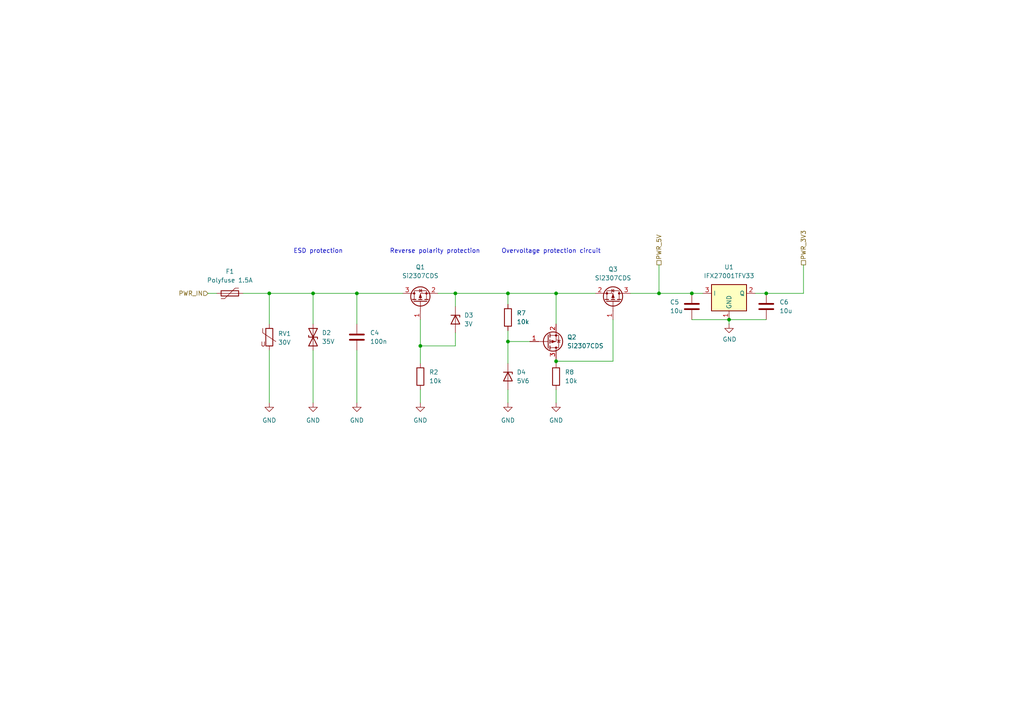
<source format=kicad_sch>
(kicad_sch (version 20230121) (generator eeschema)
  (paper "A4")
  (title_block (title "Voltage Controlled Amplifier (VOA) controller board") (date "2023-03-25") (rev "2.0") (company "Degined by Márk Mihalik"))
  (lib_symbols
    (symbol "Device:C" (pin_numbers hide) (pin_names (offset 0.254))
      (property "Reference" "C" (at 0.635 2.54 0))
      (property "Value" "C" (at 0.635 -2.54 0))
      (symbol "C_0_1"
        (polyline (pts (xy -2.032 -0.762) (xy 2.032 -0.762)) (stroke (width 0.508)))
        (polyline (pts (xy -2.032 0.762) (xy 2.032 0.762)) (stroke (width 0.508)))
      )
      (symbol "C_1_1"
        (pin passive line (at 0 3.81 270) (length 2.794) (name "~") (number "1"))
        (pin passive line (at 0 -3.81 90) (length 2.794) (name "~") (number "2"))
      )
    )
    (symbol "Device:D_TVS" (pin_numbers hide) (pin_names (offset 1.016) hide)
      (property "Reference" "D" (at 0 2.54 0))
      (property "Value" "D_TVS" (at 0 -2.54 0))
      (symbol "D_TVS_0_1"
        (polyline (pts (xy 1.27 0) (xy -1.27 0)))
        (polyline (pts (xy 0.508 1.27) (xy 0 1.27) (xy 0 -1.27) (xy -0.508 -1.27)) (stroke (width 0.254)))
        (polyline (pts (xy -2.54 1.27) (xy -2.54 -1.27) (xy 2.54 1.27) (xy 2.54 -1.27) (xy -2.54 1.27)) (stroke (width 0.254)))
      )
      (symbol "D_TVS_1_1"
        (pin passive line (at -3.81 0 0) (length 2.54) (name "A1") (number "1"))
        (pin passive line (at 3.81 0 180) (length 2.54) (name "A2") (number "2"))
      )
    )
    (symbol "Device:D_Zener" (pin_numbers hide) (pin_names (offset 1.016) hide)
      (property "Reference" "D" (at 0 2.54 0))
      (property "Value" "D_Zener" (at 0 -2.54 0))
      (symbol "D_Zener_0_1"
        (polyline (pts (xy 1.27 0) (xy -1.27 0)))
        (polyline (pts (xy -1.27 -1.27) (xy -1.27 1.27) (xy -0.762 1.27)) (stroke (width 0.254)))
        (polyline (pts (xy 1.27 -1.27) (xy 1.27 1.27) (xy -1.27 0) (xy 1.27 -1.27)) (stroke (width 0.254)))
      )
      (symbol "D_Zener_1_1"
        (pin passive line (at -3.81 0 0) (length 2.54) (name "K") (number "1"))
        (pin passive line (at 3.81 0 180) (length 2.54) (name "A") (number "2"))
      )
    )
    (symbol "Device:Polyfuse" (pin_numbers hide) (pin_names (offset 0))
      (property "Reference" "F" (at -2.54 0 90))
      (property "Value" "Polyfuse" (at 2.54 0 90))
      (symbol "Polyfuse_0_1"
        (rectangle (start -0.762 2.54) (end 0.762 -2.54) (stroke (width 0.254)))
        (polyline (pts (xy 0 2.54) (xy 0 -2.54)))
        (polyline (pts (xy -1.524 2.54) (xy -1.524 1.524) (xy 1.524 -1.524) (xy 1.524 -2.54)))
      )
      (symbol "Polyfuse_1_1"
        (pin passive line (at 0 3.81 270) (length 1.27) (name "~") (number "1"))
        (pin passive line (at 0 -3.81 90) (length 1.27) (name "~") (number "2"))
      )
    )
    (symbol "Device:Q_PMOS_GSD" (pin_names (offset 0) hide)
      (property "Reference" "Q" (at 5.08 1.27 0))
      (property "Value" "Q_PMOS_GSD" (at 5.08 -1.27 0))
      (symbol "Q_PMOS_GSD_0_1"
        (polyline (pts (xy 0.254 0) (xy -2.54 0)))
        (polyline (pts (xy 0.254 1.905) (xy 0.254 -1.905)) (stroke (width 0.254)))
        (polyline (pts (xy 0.762 -1.27) (xy 0.762 -2.286)) (stroke (width 0.254)))
        (polyline (pts (xy 0.762 0.508) (xy 0.762 -0.508)) (stroke (width 0.254)))
        (polyline (pts (xy 0.762 2.286) (xy 0.762 1.27)) (stroke (width 0.254)))
        (polyline (pts (xy 2.54 2.54) (xy 2.54 1.778)))
        (polyline (pts (xy 2.54 -2.54) (xy 2.54 0) (xy 0.762 0)))
        (polyline (pts (xy 0.762 1.778) (xy 3.302 1.778) (xy 3.302 -1.778) (xy 0.762 -1.778)))
        (polyline (pts (xy 2.286 0) (xy 1.27 0.381) (xy 1.27 -0.381) (xy 2.286 0)) (fill (type outline)))
        (polyline (pts (xy 2.794 -0.508) (xy 2.921 -0.381) (xy 3.683 -0.381) (xy 3.81 -0.254)))
        (polyline (pts (xy 3.302 -0.381) (xy 2.921 0.254) (xy 3.683 0.254) (xy 3.302 -0.381)))
        (circle (center 1.651 0) (radius 2.794) (stroke (width 0.254)))
        (circle (center 2.54 -1.778) (radius 0.254) (fill (type outline)))
        (circle (center 2.54 1.778) (radius 0.254) (fill (type outline)))
      )
      (symbol "Q_PMOS_GSD_1_1"
        (pin input line (at -5.08 0 0) (length 2.54) (name "G") (number "1"))
        (pin passive line (at 2.54 -5.08 90) (length 2.54) (name "S") (number "2"))
        (pin passive line (at 2.54 5.08 270) (length 2.54) (name "D") (number "3"))
      )
    )
    (symbol "Device:R" (pin_numbers hide) (pin_names (offset 0))
      (property "Reference" "R" (at 2.032 0 90))
      (property "Value" "R" (at 0 0 90))
      (symbol "R_0_1"
        (rectangle (start -1.016 -2.54) (end 1.016 2.54) (stroke (width 0.254)))
      )
      (symbol "R_1_1"
        (pin passive line (at 0 3.81 270) (length 1.27) (name "~") (number "1"))
        (pin passive line (at 0 -3.81 90) (length 1.27) (name "~") (number "2"))
      )
    )
    (symbol "Device:Varistor" (pin_numbers hide) (pin_names (offset 0))
      (property "Reference" "RV" (at 3.175 0 90))
      (property "Value" "Varistor" (at -3.175 0 90))
      (symbol "Varistor_0_0"
        (text "U" (at -1.778 -2.032 0) (effects (font (size 1.27 1.27))))
      )
      (symbol "Varistor_0_1"
        (rectangle (start -1.016 -2.54) (end 1.016 2.54) (stroke (width 0.254)))
        (polyline (pts (xy -1.905 2.54) (xy -1.905 1.27) (xy 1.905 -1.27)))
      )
      (symbol "Varistor_1_1"
        (pin passive line (at 0 3.81 270) (length 1.27) (name "~") (number "1"))
        (pin passive line (at 0 -3.81 90) (length 1.27) (name "~") (number "2"))
      )
    )
    (symbol "Regulator_Linear:IFX27001TFV33"
      (property "Reference" "U" (at 0 6.35 0))
      (property "Value" "IFX27001TFV33" (at 0 3.81 0))
      (symbol "IFX27001TFV33_1_1"
        (rectangle (start -5.08 2.54) (end 5.08 -5.08) (stroke (width 0.254)) (fill (type background)))
        (pin power_in line (at 0 -7.62 90) (length 2.54) (name "GND") (number "1"))
        (pin power_out line (at 7.62 0 180) (length 2.54) (name "Q") (number "2"))
        (pin power_in line (at -7.62 0 0) (length 2.54) (name "I") (number "3"))
      )
    )
    (symbol "power:GND" (power) (pin_names (offset 0))
      (property "Value" "GND" (at 0 -3.81 0))
      (symbol "GND_0_1"
        (polyline (pts (xy 0 0) (xy 0 -1.27) (xy 1.27 -1.27) (xy 0 -2.54) (xy -1.27 -1.27) (xy 0 -1.27)))
      )
      (symbol "GND_1_1"
        (pin power_in line (at 0 0 270) (length 0) hide (name "GND") (number "1"))
      )
    )
  )
  (junction (at 78.105 85.09))
  (junction (at 147.32 85.09))
  (junction (at 161.29 85.09))
  (junction (at 90.805 85.09))
  (junction (at 211.455 92.71))
  (junction (at 200.66 85.09))
  (junction (at 222.25 85.09))
  (junction (at 161.29 104.775))
  (junction (at 121.92 100.33))
  (junction (at 191.135 85.09))
  (junction (at 103.505 85.09))
  (junction (at 147.32 99.06))
  (junction (at 132.08 85.09))
  (wire (pts (xy 161.29 85.09) (xy 161.29 93.98)))
  (wire (pts (xy 191.135 85.09) (xy 200.66 85.09)))
  (wire (pts (xy 211.455 93.98) (xy 211.455 92.71)))
  (wire (pts (xy 233.045 85.09) (xy 222.25 85.09)))
  (wire (pts (xy 147.32 113.03) (xy 147.32 116.84)))
  (wire (pts (xy 177.8 92.71) (xy 177.8 104.775)))
  (wire (pts (xy 132.08 85.09) (xy 132.08 88.9)))
  (wire (pts (xy 103.505 101.6) (xy 103.505 116.84)))
  (wire (pts (xy 219.075 85.09) (xy 222.25 85.09)))
  (wire (pts (xy 147.32 99.06) (xy 147.32 105.41)))
  (wire (pts (xy 147.32 99.06) (xy 153.67 99.06)))
  (wire (pts (xy 121.92 92.71) (xy 121.92 100.33)))
  (wire (pts (xy 90.805 85.09) (xy 90.805 93.98)))
  (wire (pts (xy 182.88 85.09) (xy 191.135 85.09)))
  (wire (pts (xy 161.29 113.03) (xy 161.29 116.84)))
  (wire (pts (xy 200.66 85.09) (xy 203.835 85.09)))
  (wire (pts (xy 78.105 85.09) (xy 90.805 85.09)))
  (wire (pts (xy 177.8 104.775) (xy 161.29 104.775)))
  (wire (pts (xy 90.805 85.09) (xy 103.505 85.09)))
  (wire (pts (xy 121.92 100.33) (xy 121.92 105.41)))
  (wire (pts (xy 78.105 85.09) (xy 78.105 93.98)))
  (wire (pts (xy 161.29 104.775) (xy 161.29 105.41)))
  (wire (pts (xy 233.045 76.835) (xy 233.045 85.09)))
  (wire (pts (xy 161.29 104.14) (xy 161.29 104.775)))
  (wire (pts (xy 200.66 92.71) (xy 211.455 92.71)))
  (wire (pts (xy 132.08 100.33) (xy 132.08 96.52)))
  (wire (pts (xy 211.455 92.71) (xy 222.25 92.71)))
  (wire (pts (xy 90.805 101.6) (xy 90.805 116.84)))
  (wire (pts (xy 78.105 101.6) (xy 78.105 116.84)))
  (wire (pts (xy 147.32 88.265) (xy 147.32 85.09)))
  (wire (pts (xy 103.505 85.09) (xy 103.505 93.98)))
  (wire (pts (xy 161.29 85.09) (xy 172.72 85.09)))
  (wire (pts (xy 191.135 76.835) (xy 191.135 85.09)))
  (wire (pts (xy 103.505 85.09) (xy 116.84 85.09)))
  (wire (pts (xy 70.485 85.09) (xy 78.105 85.09)))
  (wire (pts (xy 147.32 95.885) (xy 147.32 99.06)))
  (wire (pts (xy 147.32 85.09) (xy 161.29 85.09)))
  (wire (pts (xy 60.325 85.09) (xy 62.865 85.09)))
  (wire (pts (xy 127 85.09) (xy 132.08 85.09)))
  (wire (pts (xy 147.32 85.09) (xy 132.08 85.09)))
  (wire (pts (xy 121.92 100.33) (xy 132.08 100.33)))
  (wire (pts (xy 121.92 113.03) (xy 121.92 116.84)))
  (text "Overvoltage protection circuit" (at 145.415 73.66 0) (effects (font (size 1.27 1.27)) (justify left bottom)))
  (text "ESD protection" (at 85.09 73.66 0) (effects (font (size 1.27 1.27)) (justify left bottom)))
  (text "Reverse polarity protection" (at 113.03 73.66 0) (effects (font (size 1.27 1.27)) (justify left bottom)))
  (hierarchical_label "PWR_3V3" (shape passive) (at 233.045 76.835 90))
  (hierarchical_label "PWR_5V" (shape passive) (at 191.135 76.835 90))
  (hierarchical_label "PWR_IN" (shape input) (at 60.325 85.09 180))
  (symbol (lib_id "power:GND") (at 121.92 116.84 0) (unit 1)
    (property "Reference" "#PWR0110" (effects hide))
    (property "Value" "GND" (at 121.92 121.92 0))
  )
  (symbol (lib_id "Device:Varistor") (at 78.105 97.79 0) (unit 1)
    (property "Reference" "RV1" (at 80.645 96.7731 0) (effects (justify left)))
    (property "Value" "30V" (at 80.645 99.3131 0) (effects (justify left)))
    (property "Footprint" "Resistor_SMD:R_1206_3216Metric" (effects hide))
    (property "Lomex" "60-01-53" (effects hide))
  )
  (symbol (lib_id "Device:D_Zener") (at 132.08 92.71 270) (unit 1)
    (property "Reference" "D3" (at 134.62 91.4399 90) (effects (justify left)))
    (property "Value" "3V" (at 134.62 93.9799 90) (effects (justify left)))
    (property "Footprint" "Diode_SMD:D_MiniMELF_Handsoldering" (effects hide))
    (property "Lomex" "85-00-96" (effects hide))
  )
  (symbol (lib_id "power:GND") (at 90.805 116.84 0) (unit 1)
    (property "Reference" "#PWR0109" (effects hide))
    (property "Value" "GND" (at 90.805 121.92 0))
  )
  (symbol (lib_id "Device:R") (at 147.32 92.075 0) (unit 1)
    (property "Reference" "R7" (at 149.86 90.8049 0) (effects (justify left)))
    (property "Value" "10k" (at 149.86 93.3449 0) (effects (justify left)))
    (property "Footprint" "Resistor_SMD:R_0805_2012Metric_Pad1.20x1.40mm_HandSolder" (effects hide))
    (property "Lomex" "80-54-49" (effects hide))
  )
  (symbol (lib_id "Device:Q_PMOS_GSD") (at 121.92 87.63 90) (unit 1)
    (property "Reference" "Q1" (at 121.92 77.47 90))
    (property "Value" "Si2307CDS" (at 121.92 80.01 90))
    (property "Footprint" "Package_TO_SOT_SMD:SOT-23_Handsoldering" (effects hide))
    (property "Lomex" "86-03-40" (effects hide))
  )
  (symbol (lib_id "Device:D_Zener") (at 147.32 109.22 270) (unit 1)
    (property "Reference" "D4" (at 149.86 107.9499 90) (effects (justify left)))
    (property "Value" "5V6" (at 149.86 110.4899 90) (effects (justify left)))
    (property "Footprint" "Diode_SMD:D_MiniMELF_Handsoldering" (effects hide))
    (property "Lomex" "85-02-01" (effects hide))
  )
  (symbol (lib_id "Device:Q_PMOS_GSD") (at 158.75 99.06 0) (mirror x) (unit 1)
    (property "Reference" "Q2" (at 164.465 97.7899 0) (effects (justify left)))
    (property "Value" "Si2307CDS" (at 164.465 100.3299 0) (effects (justify left)))
    (property "Footprint" "Package_TO_SOT_SMD:SOT-23_Handsoldering" (effects hide))
    (property "Lomex" "86-03-40" (effects hide))
  )
  (symbol (lib_id "power:GND") (at 161.29 116.84 0) (unit 1)
    (property "Reference" "#PWR0104" (effects hide))
    (property "Value" "GND" (at 161.29 121.92 0))
  )
  (symbol (lib_id "Device:Q_PMOS_GSD") (at 177.8 87.63 270) (mirror x) (unit 1)
    (property "Reference" "Q3" (at 177.8 78.105 90))
    (property "Value" "Si2307CDS" (at 177.8 80.645 90))
    (property "Footprint" "Package_TO_SOT_SMD:SOT-23_Handsoldering" (effects hide))
    (property "Lomex" "86-03-40" (effects hide))
  )
  (symbol (lib_id "power:GND") (at 78.105 116.84 0) (unit 1)
    (property "Reference" "#PWR0107" (effects hide))
    (property "Value" "GND" (at 78.105 121.92 0))
  )
  (symbol (lib_id "Device:D_TVS") (at 90.805 97.79 90) (unit 1)
    (property "Reference" "D2" (at 93.345 96.5199 90) (effects (justify right)))
    (property "Value" "35V" (at 93.345 99.0599 90) (effects (justify right)))
    (property "Footprint" "Diode_SMD:D_SMB" (effects hide))
    (property "Lomex" "96-03-92" (effects hide))
    (property "MinBreakDown" "33.3V" (effects hide))
    (property "MaxBreakDown" "36.8V" (effects hide))
  )
  (symbol (lib_id "Device:Polyfuse") (at 66.675 85.09 90) (unit 1)
    (property "Reference" "F1" (at 66.675 78.74 90))
    (property "Value" "Polyfuse 1.5A" (at 66.675 81.28 90))
    (property "Footprint" "Fuse:Fuse_1812_4532Metric" (effects hide))
    (property "Lomex" "44-05-45" (effects hide))
  )
  (symbol (lib_id "Device:R") (at 121.92 109.22 0) (unit 1)
    (property "Reference" "R2" (at 124.46 107.9499 0) (effects (justify left)))
    (property "Value" "10k" (at 124.46 110.4899 0) (effects (justify left)))
    (property "Footprint" "Resistor_SMD:R_0805_2012Metric_Pad1.20x1.40mm_HandSolder" (effects hide))
    (property "Lomex" "80-54-49" (effects hide))
  )
  (symbol (lib_id "power:GND") (at 147.32 116.84 0) (unit 1)
    (property "Reference" "#PWR0106" (effects hide))
    (property "Value" "GND" (at 147.32 121.92 0))
  )
  (symbol (lib_id "power:GND") (at 103.505 116.84 0) (unit 1)
    (property "Reference" "#PWR0108" (effects hide))
    (property "Value" "GND" (at 103.505 121.92 0))
  )
  (symbol (lib_id "Regulator_Linear:IFX27001TFV33") (at 211.455 85.09 0) (unit 1)
    (property "Reference" "U1" (at 211.455 77.47 0))
    (property "Value" "IFX27001TFV33" (at 211.455 80.01 0))
    (property "Footprint" "Package_TO_SOT_SMD:TO-252-3_TabPin2" (effects hide))
    (property "Datasheet" "https://static6.arrow.com/aropdfconversion/dc75757ae45a88e5f69bdce3f2a651a5fe0ca07d/ifx27001_ds_10.pdf" (effects hide))
    (property "Replacement" "NCP1117DT33G" (effects hide))
    (property "Lomex" "89-25-59" (effects hide))
  )
  (symbol (lib_id "power:GND") (at 211.455 93.98 0) (unit 1)
    (property "Reference" "#PWR0105" (effects hide))
    (property "Value" "GND" (at 209.55 98.425 0) (effects (justify left)))
  )
  (symbol (lib_id "Device:C") (at 222.25 88.9 0) (unit 1)
    (property "Reference" "C6" (at 226.06 87.6299 0) (effects (justify left)))
    (property "Value" "10u" (at 226.06 90.1699 0) (effects (justify left)))
    (property "Footprint" "Capacitor_SMD:C_0805_2012Metric_Pad1.18x1.45mm_HandSolder" (effects hide))
    (property "Lomex" "82-17-06" (effects hide))
  )
  (symbol (lib_id "Device:C") (at 103.505 97.79 0) (mirror y) (unit 1)
    (property "Reference" "C4" (at 107.315 96.5199 0) (effects (justify right)))
    (property "Value" "100n" (at 107.315 99.06 0) (effects (justify right)))
    (property "Footprint" "Capacitor_SMD:C_0805_2012Metric_Pad1.18x1.45mm_HandSolder" (effects hide))
    (property "Type" "Ceramic" (effects hide))
    (property "Lomex" "82-13-46" (effects hide))
  )
  (symbol (lib_id "Device:R") (at 161.29 109.22 0) (unit 1)
    (property "Reference" "R8" (at 163.83 107.9499 0) (effects (justify left)))
    (property "Value" "10k" (at 163.83 110.4899 0) (effects (justify left)))
    (property "Footprint" "Resistor_SMD:R_0805_2012Metric_Pad1.20x1.40mm_HandSolder" (effects hide))
    (property "Lomex" "80-54-49" (effects hide))
  )
  (symbol (lib_id "Device:C") (at 200.66 88.9 0) (unit 1)
    (property "Reference" "C5" (at 194.31 87.63 0) (effects (justify left)))
    (property "Value" "10u" (at 194.31 90.17 0) (effects (justify left)))
    (property "Footprint" "Capacitor_SMD:C_0805_2012Metric_Pad1.18x1.45mm_HandSolder" (effects hide))
    (property "Lomex" "82-17-06" (effects hide))
  )
)
</source>
